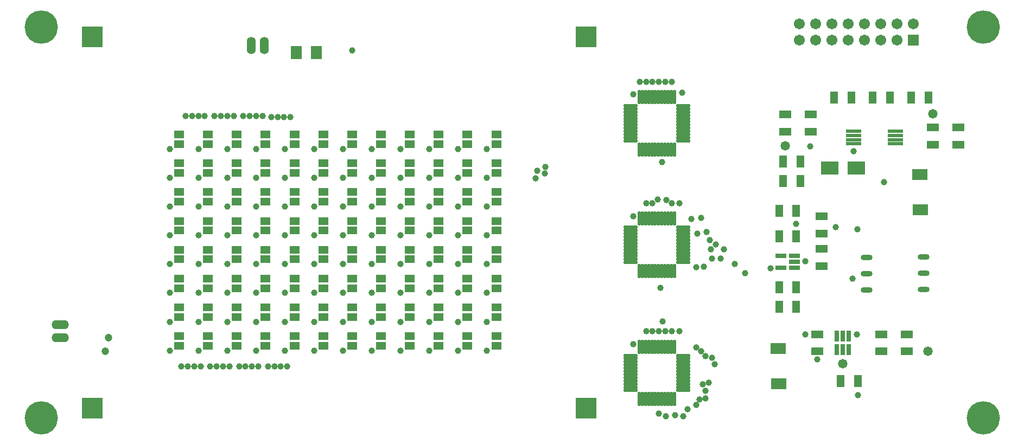
<source format=gts>
%FSLAX25Y25*%
%MOIN*%
G70*
G01*
G75*
G04 Layer_Color=8388736*
%ADD10R,0.05512X0.04331*%
%ADD11R,0.06693X0.04331*%
%ADD12O,0.06496X0.02559*%
%ADD13R,0.08661X0.05906*%
%ADD14O,0.08268X0.01181*%
%ADD15O,0.01181X0.08268*%
%ADD16R,0.04331X0.06693*%
%ADD17R,0.08465X0.01575*%
%ADD18R,0.08465X0.01575*%
%ADD19R,0.05906X0.07480*%
%ADD20R,0.05709X0.02165*%
%ADD21R,0.05709X0.02165*%
%ADD22R,0.10039X0.07284*%
%ADD23R,0.02165X0.05709*%
%ADD24R,0.02165X0.05709*%
%ADD25C,0.03150*%
%ADD26C,0.00598*%
%ADD27C,0.01575*%
%ADD28C,0.01969*%
%ADD29R,0.11811X0.11811*%
%ADD30O,0.04724X0.09843*%
%ADD31O,0.09843X0.04724*%
%ADD32C,0.19685*%
%ADD33R,0.05906X0.05906*%
%ADD34C,0.05906*%
%ADD35C,0.03150*%
%ADD36C,0.05000*%
%ADD37C,0.03937*%
%ADD38C,0.01000*%
%ADD39C,0.00984*%
%ADD40C,0.02362*%
%ADD41C,0.00787*%
%ADD42C,0.00394*%
%ADD43R,0.06312X0.05131*%
%ADD44R,0.07493X0.05131*%
%ADD45O,0.07296X0.03359*%
%ADD46R,0.09461X0.06706*%
%ADD47O,0.09068X0.01981*%
%ADD48O,0.01981X0.09068*%
%ADD49R,0.05131X0.07493*%
%ADD50R,0.09265X0.02375*%
%ADD51R,0.09265X0.02375*%
%ADD52R,0.06706X0.08280*%
%ADD53R,0.06509X0.02965*%
%ADD54R,0.06509X0.02965*%
%ADD55R,0.10839X0.08083*%
%ADD56R,0.02965X0.06509*%
%ADD57R,0.02965X0.06509*%
%ADD58R,0.12611X0.12611*%
%ADD59O,0.05524X0.10642*%
%ADD60O,0.10642X0.05524*%
%ADD61C,0.20485*%
%ADD62R,0.06706X0.06706*%
%ADD63C,0.06706*%
%ADD64C,0.03950*%
%ADD65C,0.05800*%
%ADD66C,0.04737*%
D43*
X295378Y65945D02*
D03*
Y60039D02*
D03*
X277661Y65945D02*
D03*
Y60039D02*
D03*
X259945Y65945D02*
D03*
Y60039D02*
D03*
X242228Y65945D02*
D03*
Y60039D02*
D03*
X224512Y65945D02*
D03*
Y60039D02*
D03*
X206795Y65945D02*
D03*
Y60039D02*
D03*
X189079Y65945D02*
D03*
Y60039D02*
D03*
X171362Y65945D02*
D03*
Y60039D02*
D03*
X153646Y65945D02*
D03*
Y60039D02*
D03*
X135929Y65945D02*
D03*
Y60039D02*
D03*
X118212Y65945D02*
D03*
Y60039D02*
D03*
X100496Y65945D02*
D03*
Y60039D02*
D03*
X295378Y83661D02*
D03*
Y77756D02*
D03*
X277661Y83661D02*
D03*
Y77756D02*
D03*
X259945Y83661D02*
D03*
Y77756D02*
D03*
X242228Y83661D02*
D03*
Y77756D02*
D03*
X224512Y83661D02*
D03*
Y77756D02*
D03*
X206795Y83661D02*
D03*
Y77756D02*
D03*
X189079Y83661D02*
D03*
Y77756D02*
D03*
X171362Y83661D02*
D03*
Y77756D02*
D03*
X153646Y83661D02*
D03*
Y77756D02*
D03*
X135929Y83661D02*
D03*
Y77756D02*
D03*
X118212Y83661D02*
D03*
Y77756D02*
D03*
X100496Y83661D02*
D03*
Y77756D02*
D03*
X295378Y101378D02*
D03*
Y95473D02*
D03*
X277661Y101378D02*
D03*
Y95473D02*
D03*
X259945Y101378D02*
D03*
Y95473D02*
D03*
X242228Y101378D02*
D03*
Y95473D02*
D03*
X224512Y101378D02*
D03*
Y95473D02*
D03*
X206795Y101378D02*
D03*
Y95473D02*
D03*
X189079Y101378D02*
D03*
Y95473D02*
D03*
X171362Y101378D02*
D03*
Y95473D02*
D03*
X153646Y101378D02*
D03*
Y95473D02*
D03*
X135929Y101378D02*
D03*
Y95473D02*
D03*
X118212Y101378D02*
D03*
Y95473D02*
D03*
X100496Y101378D02*
D03*
Y95473D02*
D03*
X295378Y119095D02*
D03*
Y113189D02*
D03*
X277661Y119095D02*
D03*
Y113189D02*
D03*
X259945Y119095D02*
D03*
Y113189D02*
D03*
X242228Y119095D02*
D03*
Y113189D02*
D03*
X224512Y119095D02*
D03*
Y113189D02*
D03*
X206795Y119095D02*
D03*
Y113189D02*
D03*
X189079Y119095D02*
D03*
Y113189D02*
D03*
X171362Y119095D02*
D03*
Y113189D02*
D03*
X153646Y119095D02*
D03*
Y113189D02*
D03*
X135929Y119095D02*
D03*
Y113189D02*
D03*
X118212Y119095D02*
D03*
Y113189D02*
D03*
X100496Y119095D02*
D03*
Y113189D02*
D03*
X295378Y136811D02*
D03*
Y130905D02*
D03*
X277661Y136811D02*
D03*
Y130905D02*
D03*
X259945Y136811D02*
D03*
Y130905D02*
D03*
X242228Y136811D02*
D03*
Y130905D02*
D03*
X224512Y136811D02*
D03*
Y130905D02*
D03*
X206795Y136811D02*
D03*
Y130905D02*
D03*
X189079Y136811D02*
D03*
Y130905D02*
D03*
X171362Y136811D02*
D03*
Y130905D02*
D03*
X153646Y136811D02*
D03*
Y130905D02*
D03*
X135929Y136811D02*
D03*
Y130905D02*
D03*
X118212Y136811D02*
D03*
Y130905D02*
D03*
X100496Y136811D02*
D03*
Y130905D02*
D03*
X295378Y154528D02*
D03*
Y148622D02*
D03*
X277661Y154528D02*
D03*
Y148622D02*
D03*
X259945Y154528D02*
D03*
Y148622D02*
D03*
X242228Y154528D02*
D03*
Y148622D02*
D03*
X224512Y154528D02*
D03*
Y148622D02*
D03*
X206795Y154528D02*
D03*
Y148622D02*
D03*
X189079Y154528D02*
D03*
Y148622D02*
D03*
X171362Y154528D02*
D03*
Y148622D02*
D03*
X153646Y154528D02*
D03*
Y148622D02*
D03*
X135929Y154528D02*
D03*
Y148622D02*
D03*
X118212Y154528D02*
D03*
Y148622D02*
D03*
X100496Y154528D02*
D03*
Y148622D02*
D03*
X295378Y172244D02*
D03*
Y166339D02*
D03*
X277661Y172244D02*
D03*
Y166339D02*
D03*
X259945Y172244D02*
D03*
Y166339D02*
D03*
X242228Y172244D02*
D03*
Y166339D02*
D03*
X224512Y172244D02*
D03*
Y166339D02*
D03*
X206795Y172244D02*
D03*
Y166339D02*
D03*
X189079Y172244D02*
D03*
Y166339D02*
D03*
X171362Y172244D02*
D03*
Y166339D02*
D03*
X153646Y172244D02*
D03*
Y166339D02*
D03*
X135929Y172244D02*
D03*
Y166339D02*
D03*
X118212Y172244D02*
D03*
Y166339D02*
D03*
X100496Y172244D02*
D03*
Y166339D02*
D03*
X295378Y189961D02*
D03*
Y184055D02*
D03*
X277661Y189961D02*
D03*
Y184055D02*
D03*
X259945Y189961D02*
D03*
Y184055D02*
D03*
X242228Y189961D02*
D03*
Y184055D02*
D03*
X224512Y189961D02*
D03*
Y184055D02*
D03*
X206795Y189961D02*
D03*
Y184055D02*
D03*
X189079Y189961D02*
D03*
Y184055D02*
D03*
X171362Y189961D02*
D03*
Y184055D02*
D03*
X153646Y189961D02*
D03*
Y184055D02*
D03*
X135929Y189961D02*
D03*
Y184055D02*
D03*
X118212Y189961D02*
D03*
Y184055D02*
D03*
X100496Y189961D02*
D03*
Y184055D02*
D03*
D44*
X495276Y108858D02*
D03*
Y119488D02*
D03*
X547638Y56496D02*
D03*
Y67126D02*
D03*
X563386Y194291D02*
D03*
Y183661D02*
D03*
X472835Y191535D02*
D03*
Y202165D02*
D03*
X488583D02*
D03*
Y191535D02*
D03*
X492520Y56496D02*
D03*
Y67126D02*
D03*
X531890Y56496D02*
D03*
Y67126D02*
D03*
X579134Y194291D02*
D03*
Y183661D02*
D03*
X495276Y128937D02*
D03*
Y139567D02*
D03*
D45*
X557874Y114567D02*
D03*
Y104567D02*
D03*
Y94567D02*
D03*
X522835Y94173D02*
D03*
Y104173D02*
D03*
Y114173D02*
D03*
D46*
X555905Y143701D02*
D03*
X555512Y165354D02*
D03*
X468504Y58268D02*
D03*
X468898Y36614D02*
D03*
D47*
X410142Y111220D02*
D03*
Y113189D02*
D03*
Y115157D02*
D03*
Y117126D02*
D03*
Y119094D02*
D03*
Y121063D02*
D03*
Y123031D02*
D03*
Y125000D02*
D03*
Y126968D02*
D03*
Y128937D02*
D03*
Y130905D02*
D03*
Y132874D02*
D03*
X377858D02*
D03*
Y130905D02*
D03*
Y128937D02*
D03*
Y126968D02*
D03*
Y125000D02*
D03*
Y123031D02*
D03*
Y121063D02*
D03*
Y119094D02*
D03*
Y117126D02*
D03*
Y115157D02*
D03*
Y113189D02*
D03*
Y111220D02*
D03*
X410142Y32480D02*
D03*
Y34449D02*
D03*
Y36417D02*
D03*
Y38386D02*
D03*
Y40354D02*
D03*
Y42323D02*
D03*
Y44291D02*
D03*
Y46260D02*
D03*
Y48228D02*
D03*
Y50197D02*
D03*
Y52165D02*
D03*
Y54134D02*
D03*
X377858D02*
D03*
Y52165D02*
D03*
Y50197D02*
D03*
Y48228D02*
D03*
Y46260D02*
D03*
Y44291D02*
D03*
Y42323D02*
D03*
Y40354D02*
D03*
Y38386D02*
D03*
Y36417D02*
D03*
Y34449D02*
D03*
Y32480D02*
D03*
Y186024D02*
D03*
Y187992D02*
D03*
Y189961D02*
D03*
Y191929D02*
D03*
Y193898D02*
D03*
Y195866D02*
D03*
Y197835D02*
D03*
Y199803D02*
D03*
Y201772D02*
D03*
Y203740D02*
D03*
Y205709D02*
D03*
Y207677D02*
D03*
X410142D02*
D03*
Y205709D02*
D03*
Y203740D02*
D03*
Y201772D02*
D03*
Y199803D02*
D03*
Y197835D02*
D03*
Y195866D02*
D03*
Y193898D02*
D03*
Y191929D02*
D03*
Y189961D02*
D03*
Y187992D02*
D03*
Y186024D02*
D03*
D48*
X404827Y138189D02*
D03*
X402858D02*
D03*
X400890D02*
D03*
X398921D02*
D03*
X396953D02*
D03*
X394984D02*
D03*
X393016D02*
D03*
X391047D02*
D03*
X389078D02*
D03*
X387110D02*
D03*
X385142D02*
D03*
X383173D02*
D03*
Y105905D02*
D03*
X385142D02*
D03*
X387110D02*
D03*
X389078D02*
D03*
X391047D02*
D03*
X393016D02*
D03*
X394984D02*
D03*
X396953D02*
D03*
X398921D02*
D03*
X400890D02*
D03*
X402858D02*
D03*
X404827D02*
D03*
Y59449D02*
D03*
X402858D02*
D03*
X400890D02*
D03*
X398921D02*
D03*
X396953D02*
D03*
X394984D02*
D03*
X393016D02*
D03*
X391047D02*
D03*
X389079D02*
D03*
X387110D02*
D03*
X385142D02*
D03*
X383173D02*
D03*
Y27165D02*
D03*
X385142D02*
D03*
X387110D02*
D03*
X389079D02*
D03*
X391047D02*
D03*
X393016D02*
D03*
X394984D02*
D03*
X396953D02*
D03*
X398921D02*
D03*
X400890D02*
D03*
X402858D02*
D03*
X404827D02*
D03*
X404826Y180709D02*
D03*
X402858D02*
D03*
X400890D02*
D03*
X398921D02*
D03*
X396953D02*
D03*
X394984D02*
D03*
X393016D02*
D03*
X391047D02*
D03*
X389078D02*
D03*
X387110D02*
D03*
X385142D02*
D03*
X383173D02*
D03*
Y212992D02*
D03*
X385142D02*
D03*
X387110D02*
D03*
X389078D02*
D03*
X391047D02*
D03*
X393016D02*
D03*
X394984D02*
D03*
X396953D02*
D03*
X398921D02*
D03*
X400890D02*
D03*
X402858D02*
D03*
X404826D02*
D03*
D49*
X550197Y212598D02*
D03*
X560827D02*
D03*
X502953Y212598D02*
D03*
X513583D02*
D03*
X469055Y84016D02*
D03*
X479685D02*
D03*
X479685Y95827D02*
D03*
X469055D02*
D03*
X479685Y127323D02*
D03*
X469055D02*
D03*
X479685Y143071D02*
D03*
X469055D02*
D03*
X471457Y161417D02*
D03*
X482087D02*
D03*
X537205Y212598D02*
D03*
X526575D02*
D03*
X471457Y173228D02*
D03*
X482087D02*
D03*
X506890Y38189D02*
D03*
X517520D02*
D03*
D50*
X514823Y191870D02*
D03*
D51*
Y189311D02*
D03*
Y186752D02*
D03*
Y184193D02*
D03*
X540610Y191870D02*
D03*
Y189311D02*
D03*
Y186752D02*
D03*
Y184193D02*
D03*
D52*
X184843Y240158D02*
D03*
X172638D02*
D03*
D53*
X478602Y107835D02*
D03*
D54*
Y111575D02*
D03*
Y115315D02*
D03*
X470138D02*
D03*
Y107835D02*
D03*
D55*
X516437Y169291D02*
D03*
X500098D02*
D03*
D56*
X504528Y57579D02*
D03*
D57*
X508268D02*
D03*
X512008D02*
D03*
Y66043D02*
D03*
X508268D02*
D03*
X504528D02*
D03*
D58*
X47244Y21654D02*
D03*
X350394D02*
D03*
X350394Y250000D02*
D03*
X47244D02*
D03*
D59*
X144882Y244488D02*
D03*
X152756D02*
D03*
D60*
X27559Y64961D02*
D03*
Y72835D02*
D03*
D61*
X15744Y255898D02*
D03*
X594484D02*
D03*
Y15740D02*
D03*
X15744D02*
D03*
D62*
X551575Y248031D02*
D03*
D63*
X541575D02*
D03*
X531575D02*
D03*
X521575D02*
D03*
X511575D02*
D03*
X501575D02*
D03*
X491575D02*
D03*
X481575D02*
D03*
X551575Y258032D02*
D03*
X541575D02*
D03*
X531575D02*
D03*
X521575D02*
D03*
X511575D02*
D03*
X501575D02*
D03*
X491575D02*
D03*
X481575D02*
D03*
D64*
X425980Y37315D02*
D03*
X422046Y36220D02*
D03*
X387398Y68890D02*
D03*
Y147630D02*
D03*
Y222433D02*
D03*
X399606Y16535D02*
D03*
X395063Y18183D02*
D03*
X405118Y17323D02*
D03*
X410236Y16535D02*
D03*
X514173Y101181D02*
D03*
X108460Y201370D02*
D03*
X422831Y108654D02*
D03*
X383461Y222433D02*
D03*
X403146D02*
D03*
X395272D02*
D03*
X399209D02*
D03*
X391335D02*
D03*
X503937Y133071D02*
D03*
X517323Y131496D02*
D03*
X533465Y160630D02*
D03*
X479587Y135138D02*
D03*
X206968Y241776D02*
D03*
X448142Y104595D02*
D03*
X488350Y182783D02*
D03*
X514819Y179595D02*
D03*
X441728Y110224D02*
D03*
X427949Y113772D02*
D03*
X435035Y119283D02*
D03*
X433067Y113772D02*
D03*
X430311Y122433D02*
D03*
X485098Y111909D02*
D03*
X463728Y107780D02*
D03*
X517398Y29779D02*
D03*
X485185Y67118D02*
D03*
X516728Y67047D02*
D03*
X492516Y51650D02*
D03*
X320429Y167512D02*
D03*
X325665Y169913D02*
D03*
X319484Y163142D02*
D03*
X325350Y165858D02*
D03*
X418066Y59087D02*
D03*
X421138Y56685D02*
D03*
X429562Y48693D02*
D03*
X427870Y52748D02*
D03*
X423736Y53653D02*
D03*
X423776Y32276D02*
D03*
X420114Y27141D02*
D03*
X418106Y23693D02*
D03*
X423972Y27709D02*
D03*
X412791Y20937D02*
D03*
X379524Y139756D02*
D03*
Y61016D02*
D03*
Y214559D02*
D03*
X94784Y110228D02*
D03*
Y92512D02*
D03*
Y74795D02*
D03*
Y57079D02*
D03*
X112500D02*
D03*
X130217Y92512D02*
D03*
Y110228D02*
D03*
X147933Y57079D02*
D03*
Y74795D02*
D03*
Y92512D02*
D03*
Y110228D02*
D03*
X165650Y57079D02*
D03*
Y74795D02*
D03*
Y92512D02*
D03*
Y110228D02*
D03*
X183366Y57079D02*
D03*
Y74795D02*
D03*
Y92512D02*
D03*
Y110228D02*
D03*
X201083Y57079D02*
D03*
Y74795D02*
D03*
Y92512D02*
D03*
Y110228D02*
D03*
X218799Y57079D02*
D03*
Y74795D02*
D03*
Y92512D02*
D03*
Y110228D02*
D03*
X236516Y57079D02*
D03*
Y74795D02*
D03*
Y92512D02*
D03*
Y110228D02*
D03*
X254233Y57079D02*
D03*
Y74795D02*
D03*
Y92512D02*
D03*
Y110228D02*
D03*
X271949Y57079D02*
D03*
Y74795D02*
D03*
Y92512D02*
D03*
Y110228D02*
D03*
X289666Y57079D02*
D03*
Y74795D02*
D03*
Y92512D02*
D03*
Y110228D02*
D03*
X94784Y127945D02*
D03*
Y145662D02*
D03*
Y163378D02*
D03*
Y181095D02*
D03*
X112500Y127945D02*
D03*
Y145662D02*
D03*
Y163378D02*
D03*
Y181095D02*
D03*
X130217Y127945D02*
D03*
Y145662D02*
D03*
Y163378D02*
D03*
Y181095D02*
D03*
X147933Y127945D02*
D03*
Y145662D02*
D03*
Y163378D02*
D03*
Y181095D02*
D03*
X165650Y127945D02*
D03*
Y145662D02*
D03*
Y163378D02*
D03*
Y181095D02*
D03*
X183366Y127945D02*
D03*
Y145662D02*
D03*
Y163378D02*
D03*
Y181095D02*
D03*
X201083Y127945D02*
D03*
Y145662D02*
D03*
Y163378D02*
D03*
Y181095D02*
D03*
X218799Y127945D02*
D03*
Y145662D02*
D03*
Y163378D02*
D03*
Y181095D02*
D03*
X236516Y145662D02*
D03*
Y163378D02*
D03*
Y181095D02*
D03*
X254233Y145662D02*
D03*
Y163378D02*
D03*
Y181095D02*
D03*
X271949Y145662D02*
D03*
Y163378D02*
D03*
Y181095D02*
D03*
X289666Y145662D02*
D03*
Y163378D02*
D03*
Y181095D02*
D03*
X130217Y57079D02*
D03*
X112500Y110228D02*
D03*
Y92512D02*
D03*
Y74795D02*
D03*
X130217D02*
D03*
X236516Y127945D02*
D03*
X254233D02*
D03*
X289666D02*
D03*
X271949D02*
D03*
X164957Y200780D02*
D03*
X168894D02*
D03*
X157083D02*
D03*
X161020D02*
D03*
X143894Y201370D02*
D03*
X139957D02*
D03*
X151768D02*
D03*
X147831D02*
D03*
X126177D02*
D03*
X122240D02*
D03*
X134051D02*
D03*
X130114D02*
D03*
X104524D02*
D03*
X116334D02*
D03*
X112398D02*
D03*
X162988Y47236D02*
D03*
X166925D02*
D03*
X141335D02*
D03*
X137398D02*
D03*
X131492D02*
D03*
X127555D02*
D03*
X123618D02*
D03*
X119681D02*
D03*
X113776D02*
D03*
X109839D02*
D03*
X105902D02*
D03*
X101965D02*
D03*
X407870Y147630D02*
D03*
X391335Y68890D02*
D03*
X395272D02*
D03*
X403146D02*
D03*
X397445Y75000D02*
D03*
X399209Y68890D02*
D03*
X407870Y68890D02*
D03*
X403146Y147630D02*
D03*
X399732Y149784D02*
D03*
X394409Y150123D02*
D03*
X396059Y95661D02*
D03*
X418697Y128929D02*
D03*
X424406Y129913D02*
D03*
X427161Y119283D02*
D03*
X426571Y124992D02*
D03*
X418327Y108433D02*
D03*
X145272Y47236D02*
D03*
X149209D02*
D03*
X155114D02*
D03*
X159051D02*
D03*
X421256Y138575D02*
D03*
X415350Y138079D02*
D03*
X397240Y172921D02*
D03*
X391335Y147630D02*
D03*
X409445Y215740D02*
D03*
D65*
X560630Y56693D02*
D03*
X472784Y182870D02*
D03*
X563421Y202744D02*
D03*
X508067Y49110D02*
D03*
D66*
X57087Y64961D02*
D03*
X55118Y56693D02*
D03*
M02*

</source>
